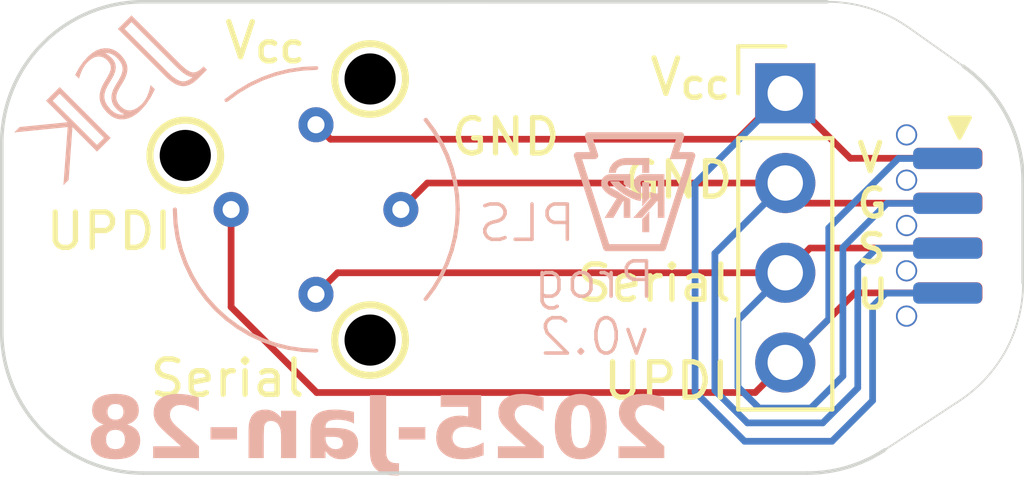
<source format=kicad_pcb>
(kicad_pcb (version 20240108) (generator "pcbnew") (generator_version "8.0")
  (layers (0 "F.Cu" signal) (31 "B.Cu" signal) (34 "B.Paste" user) (35 "F.Paste" user) (36 "B.SilkS" user "B.Silkscreen") (37 "F.SilkS" user "F.Silkscreen") (38 "B.Mask" user) (39 "F.Mask" user) (44 "Edge.Cuts" user))
  (net 0 "")
  (net 1 "VCC")
  (net 2 "GND")
  (net 3 "/Serial")
  (net 4 "/UPDI")
  (footprint "JSK:MILL-MAX_0985-0-15-20-71-14-11-0" (layer "F.Cu") (at 120 87.6)
    (property "Reference" "J1002" (hide yes))
    (property "Value" "0985-0-15-20-71-14-11-0" (hide yes))
    (pad "1" thru_hole circle (at 0 0) (size 0.991 0.991) (drill 0.483) (layers "*.Cu" "*.Mask") (net 1 "VCC"))
  )
  (footprint "Connector_PinHeader_2.54mm:PinHeader_1x04_P2.54mm_Vertical" (layer "F.Cu") (at 133.27 86.71)
    (property "Reference" "J1006" (hide yes))
    (property "Value" "Conn_01x04" (hide yes))
    (fp_line (start -1.33 -1.33) (end 0 -1.33) (stroke (width 0.12)) (layer "F.SilkS"))
    (fp_line (start -1.33 0) (end -1.33 -1.33) (stroke (width 0.12)) (layer "F.SilkS"))
    (fp_line (start -1.33 1.27) (end -1.33 8.95) (stroke (width 0.12)) (layer "F.SilkS"))
    (fp_line (start -1.33 1.27) (end 1.33 1.27) (stroke (width 0.12)) (layer "F.SilkS"))
    (fp_line (start -1.33 8.95) (end 1.33 8.95) (stroke (width 0.12)) (layer "F.SilkS"))
    (fp_line (start 1.33 1.27) (end 1.33 8.95) (stroke (width 0.12)) (layer "F.SilkS"))
    (pad "1" thru_hole rect (at 0 0) (size 1.7 1.7) (drill 1) (layers "*.Cu" "*.Mask") (net 1 "VCC"))
    (pad "2" thru_hole oval (at 0 2.54) (size 1.7 1.7) (drill 1) (layers "*.Cu" "*.Mask") (net 2 "GND"))
    (pad "3" thru_hole oval (at 0 5.08) (size 1.7 1.7) (drill 1) (layers "*.Cu" "*.Mask") (net 3 "/Serial"))
    (pad "4" thru_hole oval (at 0 7.62) (size 1.7 1.7) (drill 1) (layers "*.Cu" "*.Mask") (net 4 "/UPDI"))
  )
  (footprint "JSK:6218-0-00-15-00-00-03-0" (layer "F.Cu") (at 121.530733 93.695518)
    (property "Reference" "U1003" (hide yes))
    (property "Value" "~" (hide yes))
    (fp_circle (center 0 0) (end 1 0) (stroke (width 0.2)) (fill none) (layer "F.SilkS"))
    (pad "" np_thru_hole circle (at 0 0) (size 1.648 1.648) (drill 1.448) (layers "*.Mask"))
  )
  (footprint "JSK:MILL-MAX_0985-0-15-20-71-14-11-0" (layer "F.Cu") (at 120 92.4)
    (property "Reference" "J1003" (hide yes))
    (property "Value" "0985-0-15-20-71-14-11-0" (hide yes))
    (pad "1" thru_hole circle (at 0 0) (size 0.991 0.991) (drill 0.483) (layers "*.Cu" "*.Mask") (net 3 "/Serial"))
  )
  (footprint "JSK:6218-0-00-15-00-00-03-0" (layer "F.Cu") (at 121.530733 86.304481)
    (property "Reference" "U1001" (hide yes))
    (property "Value" "~" (hide yes))
    (fp_circle (center 0 0) (end 1 0) (stroke (width 0.2)) (fill none) (layer "F.SilkS"))
    (pad "" np_thru_hole circle (at 0 0) (size 1.648 1.648) (drill 1.448) (layers "*.Mask"))
  )
  (footprint "JSK:MILL-MAX_0985-0-15-20-71-14-11-0" (layer "F.Cu") (at 122.4 90)
    (property "Reference" "J1001" (hide yes))
    (property "Value" "0985-0-15-20-71-14-11-0" (hide yes))
    (pad "1" thru_hole circle (at 0 0) (size 0.991 0.991) (drill 0.483) (layers "*.Cu" "*.Mask") (net 2 "GND"))
  )
  (footprint "JSK:6218-0-00-15-00-00-03-0" (layer "F.Cu") (at 116.304481 88.469266)
    (property "Reference" "U1002" (hide yes))
    (property "Value" "~" (hide yes))
    (fp_circle (center 0 0) (end 1 0) (stroke (width 0.2)) (fill none) (layer "F.SilkS"))
    (pad "" np_thru_hole circle (at 0 0) (size 1.648 1.648) (drill 1.448) (layers "*.Mask"))
  )
  (footprint "JSK:8-pin-clip" (layer "F.Cu") (at 137.87 90.455)
    (property "Reference" "J1005" (hide yes))
    (property "Value" "~" (hide yes))
    (fp_poly (pts (xy 0.050323 -3.056152) (xy 0.620323 -3.056152) (xy 0.330323 -2.486152)) (stroke (width 0.12)) (fill solid) (layer "F.SilkS"))
    (pad "" np_thru_hole circle (at -1.17 -2.5675) (size 0.6 0.6) (drill 0.5) (layers "F&B.Cu"))
    (pad "" np_thru_hole circle (at -1.17 -1.285) (size 0.6 0.6) (drill 0.5) (layers "F&B.Cu"))
    (pad "" np_thru_hole circle (at -1.17 -0.0025) (size 0.6 0.6) (drill 0.5) (layers "F&B.Cu"))
    (pad "" np_thru_hole circle (at -1.17 1.28) (size 0.6 0.6) (drill 0.5) (layers "F&B.Cu"))
    (pad "" np_thru_hole circle (at -1.17 2.5625) (size 0.6 0.6) (drill 0.5) (layers "F&B.Cu"))
    (pad "A1" smd roundrect (at 0 -1.905) (size 1.95 0.6) (layers "F.Cu" "F.Paste" "F.Mask") (net 1 "VCC"))
    (pad "A2" smd roundrect (at 0 -0.635) (size 1.95 0.6) (layers "F.Cu" "F.Paste" "F.Mask") (net 2 "GND"))
    (pad "A3" smd roundrect (at 0 0.635) (size 1.95 0.6) (layers "F.Cu" "F.Paste" "F.Mask") (net 3 "/Serial"))
    (pad "A4" smd roundrect (at 0 1.905) (size 1.95 0.6) (layers "F.Cu" "F.Paste" "F.Mask") (net 4 "/UPDI"))
    (pad "B1" smd roundrect (at -0.01 1.91) (size 1.95 0.6) (layers "B.Cu" "B.Paste" "B.Mask") (net 1 "VCC"))
    (pad "B2" smd roundrect (at -0.01 0.64) (size 1.95 0.6) (layers "B.Cu" "B.Paste" "B.Mask") (net 2 "GND"))
    (pad "B3" smd roundrect (at -0.01 -0.63) (size 1.95 0.6) (layers "B.Cu" "B.Paste" "B.Mask") (net 3 "/Serial"))
    (pad "B4" smd roundrect (at -0.01 -1.9) (size 1.95 0.6) (layers "B.Cu" "B.Paste" "B.Mask") (net 4 "/UPDI"))
  )
  (footprint "JSK:MILL-MAX_0985-0-15-20-71-14-11-0" (layer "F.Cu") (at 117.6 90)
    (property "Reference" "J1004" (hide yes))
    (property "Value" "0985-0-15-20-71-14-11-0" (hide yes))
    (pad "1" thru_hole circle (at 0 0) (size 0.991 0.991) (drill 0.483) (layers "*.Cu" "*.Mask") (net 4 "/UPDI"))
  )
  (gr_poly (pts (xy 129.22495 89.912846) (xy 129.424584 89.689968) (xy 129.424584 89.224909) (xy 129.22495 89.224909)) (stroke (width -0.000001)) (fill solid) (layer "B.SilkS"))
  (gr_line (start 116.094432 90.772403) (end 116.189812 91.153181) (stroke (width 0.1)) (layer "B.SilkS"))
  (gr_line (start 119.237212 86.068901) (end 118.856434 86.164281) (stroke (width 0.1)) (layer "B.SilkS"))
  (gr_line (start 123.109615 92.529615) (end 123.343451 92.214323) (stroke (width 0.1)) (layer "B.SilkS"))
  (gr_line (start 123.980739 89.607931) (end 123.923141 89.219639) (stroke (width 0.1)) (layer "B.SilkS"))
  (gr_line (start 116.019261 90.392069) (end 116.076859 90.780361) (stroke (width 0.1)) (layer "B.SilkS"))
  (gr_line (start 117.189146 92.820469) (end 117.48 93.084084) (stroke (width 0.1)) (layer "B.SilkS"))
  (gr_line (start 117.48 93.084084) (end 117.795292 93.31792) (stroke (width 0.1)) (layer "B.SilkS"))
  (gr_line (start 118.838861 86.172239) (end 118.469266 86.304482) (stroke (width 0.1)) (layer "B.SilkS"))
  (gr_line (start 124.017573 89.992042) (end 123.998312 89.599973) (stroke (width 0.1)) (layer "B.SilkS"))
  (gr_line (start 117.777719 86.674122) (end 117.462427 86.907958) (stroke (width 0.1)) (layer "B.SilkS"))
  (gr_line (start 117.171573 92.828427) (end 117.462427 93.092042) (stroke (width 0.1)) (layer "B.SilkS"))
  (gr_line (start 120.017573 85.992042) (end 119.625504 86.011303) (stroke (width 0.1)) (layer "B.SilkS"))
  (gr_poly (pts (xy 128.332223 89.226584) (xy 128.349871 89.252051) (xy 128.368573 89.276824) (xy 128.388263 89.300935) (xy 128.408874 89.324418) (xy 128.430342 89.347307) (xy 128.4526 89.369635) (xy 128.475583 89.391437) (xy 128.499224 89.412745) (xy 128.523458 89.433594) (xy 128.548219 89.454018) (xy 128.573441 89.474049) (xy 128.625006 89.513071) (xy 128.677624 89.55093) (xy 128.712871 89.572903) (xy 128.748357 89.593852) (xy 128.783916 89.613735) (xy 128.81938 89.632512) (xy 128.854583 89.650142) (xy 128.88936 89.666585) (xy 128.923543 89.681799) (xy 128.956966 89.695744) (xy 128.989232 89.708467) (xy 129.020178 89.719947) (xy 129.049996 89.730045) (xy 129.064542 89.734532) (xy 129.078878 89.738621) (xy 129.093027 89.742294) (xy 129.107013 89.745535) (xy 129.12086 89.748324) (xy 129.134593 89.750646) (xy 129.148234 89.752483) (xy 129.161808 89.753816) (xy 129.175339 89.754629) (xy 129.18885 89.754904) (xy 129.18885 89.555171) (xy 129.181636 89.554506) (xy 129.169696 89.552491) (xy 129.153617 89.5491) (xy 129.133986 89.544306) (xy 129.111389 89.538083) (xy 129.086414 89.530402) (xy 129.059648 89.521239) (xy 129.031677 89.510564) (xy 129.00273 89.498473) (xy 128.972796 89.485124) (xy 128.942106 89.470592) (xy 128.910887 89.454952) (xy 128.879369 89.438277) (xy 128.847782 89.420642) (xy 128.816354 89.402121) (xy 128.785315 89.382789) (xy 128.754885 89.362702) (xy 128.739964 89.352401) (xy 128.725276 89.34195) (xy 128.710845 89.331362) (xy 128.6967 89.320653) (xy 128.682868 89.309839) (xy 128.669374 89.298933) (xy 128.656245 89.287952) (xy 128.643509 89.276911) (xy 128.631193 89.265824) (xy 128.619322 89.254706) (xy 128.607923 89.243574) (xy 128.597024 89.232441) (xy 128.586652 89.221323) (xy 128.576832 89.210235) (xy 128.575776 89.208992) (xy 128.574752 89.207756) (xy 128.572767 89.205298) (xy 128.570816 89.202845) (xy 128.568837 89.200387) (xy 128.315694 89.200387)) (stroke (width -0.000001)) (fill solid) (layer "B.SilkS"))
  (gr_line (start 116.472315 91.885587) (end 116.674122 92.222281) (stroke (width 0.1)) (layer "B.SilkS"))
  (gr_line (start 116.172239 91.161139) (end 116.304482 91.530734) (stroke (width 0.1)) (layer "B.SilkS"))
  (gr_line (start 123.545258 91.877629) (end 123.713091 91.522776) (stroke (width 0.1)) (layer "B.SilkS"))
  (gr_line (start 124 90) (end 124 90) (stroke (width 0.1)) (layer "B.SilkS"))
  (gr_poly (pts (xy 128.750857 88.541812) (xy 128.723568 88.543615) (xy 128.696932 88.546572) (xy 128.670966 88.550646) (xy 128.645685 88.555797) (xy 128.621107 88.561988) (xy 128.597246 88.569179) (xy 128.574121 88.577333) (xy 128.551747 88.586411) (xy 128.530141 88.596374) (xy 128.509319 88.607184) (xy 128.489297 88.618803) (xy 128.470092 88.631192) (xy 128.45172 88.644312) (xy 128.434198 88.658126) (xy 128.417542 88.672594) (xy 128.401769 88.687678) (xy 128.386894 88.70334) (xy 128.372934 88.719541) (xy 128.359907 88.736244) (xy 128.347827 88.753408) (xy 128.336711 88.770996) (xy 128.326577 88.78897) (xy 128.317439 88.807291) (xy 128.309315 88.82592) (xy 128.302222 88.844819) (xy 128.296174 88.86395) (xy 128.291189 88.883274) (xy 128.287284 88.902752) (xy 128.284474 88.922346) (xy 128.282776 88.942019) (xy 128.282206 88.96173) (xy 128.481841 88.96173) (xy 128.482674 88.943584) (xy 128.485259 88.924947) (xy 128.489728 88.906047) (xy 128.496211 88.887113) (xy 128.50484 88.868376) (xy 128.515744 88.850065) (xy 128.522091 88.841141) (xy 128.529056 88.832409) (xy 128.536656 88.823898) (xy 128.544906 88.815637) (xy 128.553824 88.807655) (xy 128.563425 88.79998) (xy 128.573726 88.79264) (xy 128.584744 88.785665) (xy 128.596494 88.779084) (xy 128.608993 88.772924) (xy 128.622258 88.767215) (xy 128.636304 88.761985) (xy 128.651149 88.757263) (xy 128.666808 88.753077) (xy 128.683297 88.749457) (xy 128.700635 88.74643) (xy 128.718835 88.744027) (xy 128.737916 88.742274) (xy 128.757893 88.741202) (xy 128.778782 88.740838) (xy 129.22495 88.740838) (xy 129.22495 88.963948) (xy 129.424584 88.963948) (xy 129.424584 88.541203) (xy 128.778782 88.541203)) (stroke (width -0.000001)) (fill solid) (layer "B.SilkS"))
  (gr_line (start 123.343451 87.769761) (end 123.109615 87.454469) (stroke (width 0.1)) (layer "B.SilkS"))
  (gr_line (start 124.017573 89.992042) (end 124.017573 89.992042) (stroke (width 0.1)) (layer "B.SilkS"))
  (gr_line (start 117.462427 93.092042) (end 117.777719 93.325878) (stroke (width 0.1)) (layer "B.SilkS"))
  (gr_line (start 123.343451 92.214323) (end 123.545258 91.877629) (stroke (width 0.1)) (layer "B.SilkS"))
  (gr_line (start 118.469266 93.695518) (end 118.838861 93.827761) (stroke (width 0.1)) (layer "B.SilkS"))
  (gr_line (start 116.691695 92.214323) (end 116.925531 92.529615) (stroke (width 0.1)) (layer "B.SilkS"))
  (gr_line (start 116 90) (end 116.019261 90.392069) (stroke (width 0.1)) (layer "B.SilkS"))
  (gr_line (start 118.838861 93.827761) (end 119.219639 93.923141) (stroke (width 0.1)) (layer "B.SilkS"))
  (gr_line (start 116.322055 91.522776) (end 116.489888 91.877629) (stroke (width 0.1)) (layer "B.SilkS"))
  (gr_line (start 116.036834 90.384111) (end 116.094432 90.772403) (stroke (width 0.1)) (layer "B.SilkS"))
  (gr_line (start 119.219639 93.923141) (end 119.607931 93.980739) (stroke (width 0.1)) (layer "B.SilkS"))
  (gr_line (start 119.625504 86.011303) (end 119.237212 86.068901) (stroke (width 0.1)) (layer "B.SilkS"))
  (gr_line (start 119.219639 86.076859) (end 118.838861 86.172239) (stroke (width 0.1)) (layer "B.SilkS"))
  (gr_poly (pts (xy 127.881642 88.473457) (xy 127.390279 88.473457) (xy 128.21752 91.08) (xy 129.8 91.08) (xy 130.627241 88.473457) (xy 130.135877 88.473457) (xy 130.313984 87.912262) (xy 127.703535 87.912262)) (stroke (width 0.2)) (fill none) (layer "B.SilkS"))
  (gr_line (start 118.486839 86.296524) (end 118.131986 86.464357) (stroke (width 0.1)) (layer "B.SilkS"))
  (gr_line (start 116.304482 91.530734) (end 116.472315 91.885587) (stroke (width 0.1)) (layer "B.SilkS"))
  (gr_line (start 123.695518 88.469266) (end 123.527685 88.114413) (stroke (width 0.1)) (layer "B.SilkS"))
  (gr_line (start 123.845334 88.830903) (end 123.713091 88.461308) (stroke (width 0.1)) (layer "B.SilkS"))
  (gr_line (start 118.114413 86.472315) (end 117.777719 86.674122) (stroke (width 0.1)) (layer "B.SilkS"))
  (gr_poly (pts (xy 129.22495 90.269908) (xy 129.22495 90.642266) (xy 129.424584 90.642266) (xy 129.424584 90.047029)) (stroke (width -0.000001)) (fill solid) (layer "B.SilkS"))
  (gr_line (start 118.114413 93.527685) (end 118.469266 93.695518) (stroke (width 0.1)) (layer "B.SilkS"))
  (gr_line (start 123.923141 89.219639) (end 123.827761 88.838861) (stroke (width 0.1)) (layer "B.SilkS"))
  (gr_line (start 123.998312 90.384111) (end 124.017573 89.992042) (stroke (width 0.1)) (layer "B.SilkS"))
  (gr_line (start 119.625504 93.972781) (end 120.017573 93.992042) (stroke (width 0.1)) (layer "B.SilkS"))
  (gr_line (start 119.237212 93.915183) (end 119.625504 93.972781) (stroke (width 0.1)) (layer "B.SilkS"))
  (gr_line (start 118.469266 86.304482) (end 118.114413 86.472315) (stroke (width 0.1)) (layer "B.SilkS"))
  (gr_line (start 123.092042 92.537573) (end 123.325878 92.222281) (stroke (width 0.1)) (layer "B.SilkS"))
  (gr_line (start 116.674122 92.222281) (end 116.907958 92.537573) (stroke (width 0.1)) (layer "B.SilkS"))
  (gr_line (start 123.998312 89.599973) (end 123.940714 89.211681) (stroke (width 0.1)) (layer "B.SilkS"))
  (gr_line (start 123.325878 92.222281) (end 123.527685 91.885587) (stroke (width 0.1)) (layer "B.SilkS"))
  (gr_line (start 116.076859 90.780361) (end 116.172239 91.161139) (stroke (width 0.1)) (layer "B.SilkS"))
  (gr_line (start 123.527685 88.114413) (end 123.325878 87.777719) (stroke (width 0.1)) (layer "B.SilkS"))
  (gr_line (start 117.795292 93.31792) (end 118.131986 93.519727) (stroke (width 0.1)) (layer "B.SilkS"))
  (gr_line (start 116.189812 91.153181) (end 116.322055 91.522776) (stroke (width 0.1)) (layer "B.SilkS"))
  (gr_line (start 119.607931 93.980739) (end 120 94) (stroke (width 0.1)) (layer "B.SilkS"))
  (gr_line (start 123.923141 90.780361) (end 123.980739 90.392069) (stroke (width 0.1)) (layer "B.SilkS"))
  (gr_line (start 117.795292 86.666164) (end 117.48 86.9) (stroke (width 0.1)) (layer "B.SilkS"))
  (gr_line (start 123.980739 90.392069) (end 124 90) (stroke (width 0.1)) (layer "B.SilkS"))
  (gr_poly (pts (xy 129.263448 88.997809) (xy 129.251405 88.998404) (xy 129.239599 88.99938) (xy 129.228033 89.000725) (xy 129.21671 89.002427) (xy 129.205634 89.004473) (xy 129.194809 89.006852) (xy 129.184238 89.009551) (xy 129.173925 89.012557) (xy 129.163873 89.015859) (xy 129.154085 89.019444) (xy 129.144566 89.0233) (xy 129.135318 89.027414) (xy 129.126345 89.031775) (xy 129.117652 89.036369) (xy 129.10924 89.041186) (xy 129.101114 89.046211) (xy 129.093278 89.051434) (xy 129.085734 89.056842) (xy 129.078486 89.062422) (xy 129.071539 89.068163) (xy 129.064894 89.074052) (xy 129.058557 89.080076) (xy 129.05253 89.086224) (xy 129.046816 89.092483) (xy 129.04142 89.098841) (xy 129.036345 89.105285) (xy 129.031595 89.111804) (xy 129.027172 89.118385) (xy 129.023081 89.125015) (xy 129.019324 89.131683) (xy 129.015906 89.138376) (xy 129.013103 89.144348) (xy 129.010502 89.15026) (xy 129.008097 89.156105) (xy 129.00588 89.161877) (xy 129.003844 89.167571) (xy 129.001983 89.173179) (xy 128.998753 89.184118) (xy 128.996133 89.194645) (xy 128.994064 89.204711) (xy 128.99249 89.214267) (xy 128.991352 89.223265) (xy 128.990593 89.231655) (xy 128.990155 89.23939) (xy 128.98998 89.24642) (xy 128.990012 89.252697) (xy 128.990462 89.262796) (xy 128.991044 89.269297) (xy 128.991673 89.284747) (xy 128.993245 89.299871) (xy 128.995713 89.314669) (xy 128.999032 89.329142) (xy 129.003156 89.343292) (xy 129.008038 89.35712) (xy 129.013634 89.370626) (xy 129.019897 89.383811) (xy 129.026782 89.396677) (xy 129.034242 89.409225) (xy 129.042231 89.421455) (xy 129.050705 89.433368) (xy 129.059617 89.444966) (xy 129.06892 89.45625) (xy 129.07857 89.46722) (xy 129.088521 89.477877) (xy 129.100058 89.489532) (xy 129.112002 89.50091) (xy 129.124331 89.51202) (xy 129.137025 89.522869) (xy 129.150063 89.533464) (xy 129.163427 89.543813) (xy 129.177093 89.553923) (xy 129.191044 89.5638) (xy 129.191044 89.306006) (xy 129.189324 89.302948) (xy 129.187735 89.299965) (xy 129.186274 89.297059) (xy 129.184939 89.294231) (xy 129.183725 89.291485) (xy 129.182632 89.288822) (xy 129.181656 89.286245) (xy 129.180793 89.283756) (xy 129.180043 89.281357) (xy 129.179401 89.27905) (xy 129.178866 89.276838) (xy 129.178434 89.274722) (xy 129.178103 89.272706) (xy 129.177869 89.270791) (xy 129.177731 89.268979) (xy 129.177686 89.267274) (xy 129.177686 89.261643) (xy 129.176955 89.25611) (xy 129.176977 89.252796) (xy 129.17717 89.24905) (xy 129.177629 89.244264) (xy 129.177992 89.241564) (xy 129.178464 89.238703) (xy 129.179056 89.235714) (xy 129.179784 89.23263) (xy 129.18066 89.229485) (xy 129.181698 89.226311) (xy 129.182912 89.223142) (xy 129.184316 89.22001) (xy 129.187243 89.213747) (xy 129.188829 89.210618) (xy 129.190658 89.20753) (xy 129.192851 89.204515) (xy 129.19553 89.201602) (xy 129.198817 89.198822) (xy 129.202832 89.196206) (xy 129.207696 89.193784) (xy 129.213531 89.191586) (xy 129.220459 89.189643) (xy 129.2286 89.187985) (xy 129.238075 89.186642) (xy 129.249007 89.185645) (xy 129.261516 89.185025) (xy 129.275724 89.184812) (xy 129.665682 89.184812) (xy 129.665682 89.516268) (xy 129.665566 89.520479) (xy 129.665195 89.524282) (xy 129.664534 89.527696) (xy 129.664083 89.529263) (xy 129.663547 89.53074) (xy 129.66292 89.532129) (xy 129.662199 89.533432) (xy 129.661379 89.534652) (xy 129.660456 89.535792) (xy 129.659425 89.536853) (xy 129.658282 89.537838) (xy 129.657022 89.538749) (xy 129.655641 89.539589) (xy 129.654135 89.540359) (xy 129.652499 89.541063) (xy 129.648821 89.54228) (xy 129.644572 89.543259) (xy 129.639715 89.544017) (xy 129.634217 89.544574) (xy 129.628041 89.544949) (xy 129.621153 89.54516) (xy 129.613518 89.545226) (xy 129.604763 89.544987) (xy 129.59578 89.544284) (xy 129.586587 89.54314) (xy 129.577199 89.541576) (xy 129.567633 89.539615) (xy 129.557903 89.537278) (xy 129.548026 89.534587) (xy 129.538018 89.531565) (xy 129.527894 89.528233) (xy 129.517671 89.524613) (xy 129.496989 89.516598) (xy 129.476099 89.507697) (xy 129.455127 89.498084) (xy 129.455127 89.696256) (xy 129.45186 89.696256) (xy 128.967716 90.236733) (xy 129.219124 90.236733) (xy 129.628826 89.779328) (xy 129.629653 89.777997) (xy 129.630601 89.776656) (xy 129.631661 89.775315) (xy 129.632821 89.773985) (xy 129.634073 89.772676) (xy 129.635406 89.771399) (xy 129.63681 89.770166) (xy 129.638276 89.768987) (xy 129.639792 89.767872) (xy 129.641349 89.766833) (xy 129.642938 89.765881) (xy 129.644547 89.765025) (xy 129.646167 89.764278) (xy 129.647788 89.76365) (xy 129.6494 89.763151) (xy 129.650993 89.762792) (xy 129.652557 89.762585) (xy 129.654081 89.762539) (xy 129.655556 89.762667) (xy 129.656972 89.762978) (xy 129.658318 89.763483) (xy 129.659585 89.764193) (xy 129.660763 89.76512) (xy 129.661841 89.766273) (xy 129.662809 89.767664) (xy 129.663658 89.769303) (xy 129.664378 89.771201) (xy 129.664958 89.77337) (xy 129.665388 89.775819) (xy 129.665659 89.778559) (xy 129.66576 89.781602) (xy 129.665682 89.784959) (xy 129.665682 90.236733) (xy 129.852885 90.236733) (xy 129.852885 88.997608) (xy 129.275724 88.997608)) (stroke (width -0.000001)) (fill solid) (layer "B.SilkS"))
  (gr_line (start 124 90) (end 123.980739 89.607931) (stroke (width 0.1)) (layer "B.SilkS"))
  (gr_line (start 123.695518 91.530734) (end 123.827761 91.161139) (stroke (width 0.1)) (layer "B.SilkS"))
  (gr_line (start 123.325878 87.777719) (end 123.092042 87.462427) (stroke (width 0.1)) (layer "B.SilkS"))
  (gr_line (start 116.907958 92.537573) (end 117.171573 92.828427) (stroke (width 0.1)) (layer "B.SilkS"))
  (gr_line (start 123.940714 90.772403) (end 123.998312 90.384111) (stroke (width 0.1)) (layer "B.SilkS"))
  (gr_line (start 120 86) (end 119.607931 86.019261) (stroke (width 0.1)) (layer "B.SilkS"))
  (gr_line (start 123.713091 88.461308) (end 123.545258 88.106455) (stroke (width 0.1)) (layer "B.SilkS"))
  (gr_line (start 118.856434 86.164281) (end 118.486839 86.296524) (stroke (width 0.1)) (layer "B.SilkS"))
  (gr_line (start 123.827761 91.161139) (end 123.923141 90.780361) (stroke (width 0.1)) (layer "B.SilkS"))
  (gr_line (start 118.856434 93.819803) (end 119.237212 93.915183) (stroke (width 0.1)) (layer "B.SilkS"))
  (gr_line (start 118.131986 86.464357) (end 117.795292 86.666164) (stroke (width 0.1)) (layer "B.SilkS"))
  (gr_line (start 117.777719 93.325878) (end 118.114413 93.527685) (stroke (width 0.1)) (layer "B.SilkS"))
  (gr_line (start 118.486839 93.68756) (end 118.856434 93.819803) (stroke (width 0.1)) (layer "B.SilkS"))
  (gr_line (start 123.827761 88.838861) (end 123.695518 88.469266) (stroke (width 0.1)) (layer "B.SilkS"))
  (gr_line (start 123.527685 91.885587) (end 123.695518 91.530734) (stroke (width 0.1)) (layer "B.SilkS"))
  (gr_line (start 118.131986 93.519727) (end 118.486839 93.68756) (stroke (width 0.1)) (layer "B.SilkS"))
  (gr_line (start 116.925531 92.529615) (end 117.189146 92.820469) (stroke (width 0.1)) (layer "B.SilkS"))
  (gr_poly (pts (xy 128.349994 88.997609) (xy 128.337718 88.997809) (xy 128.325675 88.998404) (xy 128.313869 88.99938) (xy 128.302303 89.000725) (xy 128.29098 89.002427) (xy 128.279904 89.004474) (xy 128.269079 89.006852) (xy 128.258508 89.009551) (xy 128.248195 89.012557) (xy 128.238143 89.015859) (xy 128.228355 89.019444) (xy 128.218836 89.0233) (xy 128.209588 89.027414) (xy 128.200616 89.031775) (xy 128.191922 89.036369) (xy 128.18351 89.041186) (xy 128.175385 89.046212) (xy 128.167548 89.051434) (xy 128.160004 89.056842) (xy 128.152757 89.062422) (xy 128.145809 89.068163) (xy 128.139165 89.074052) (xy 128.132827 89.080076) (xy 128.1268 89.086224) (xy 128.121087 89.092483) (xy 128.115691 89.098841) (xy 128.110615 89.105285) (xy 128.105865 89.111804) (xy 128.101442 89.118385) (xy 128.097351 89.125015) (xy 128.093594 89.131683) (xy 128.090177 89.138376) (xy 128.087373 89.144348) (xy 128.084772 89.15026) (xy 128.082367 89.156105) (xy 128.08015 89.161877) (xy 128.078115 89.167571) (xy 128.076253 89.17318) (xy 128.073023 89.184119) (xy 128.070403 89.194645) (xy 128.068334 89.204711) (xy 128.06676 89.214267) (xy 128.065622 89.223265) (xy 128.064863 89.231655) (xy 128.064425 89.23939) (xy 128.064251 89.24642) (xy 128.064282 89.252697) (xy 128.064732 89.262796) (xy 128.065313 89.269297) (xy 128.065943 89.284747) (xy 128.067514 89.299871) (xy 128.069983 89.314669) (xy 128.073302 89.329142) (xy 128.077425 89.343292) (xy 128.082308 89.35712) (xy 128.087904 89.370626) (xy 128.094167 89.383811) (xy 128.101052 89.396677) (xy 128.108512 89.409225) (xy 128.116501 89.421455) (xy 128.124975 89.433368) (xy 128.133887 89.444966) (xy 128.14319 89.45625) (xy 128.15284 89.46722) (xy 128.162791 89.477877) (xy 128.173131 89.488362) (xy 128.183794 89.49863) (xy 128.194767 89.508683) (xy 128.206037 89.518527) (xy 128.21759 89.528164) (xy 128.229414 89.537599) (xy 128.241497 89.546834) (xy 128.253825 89.555874) (xy 128.279166 89.573381) (xy 128.305335 89.590151) (xy 128.332229 89.606213) (xy 128.359744 89.621595) (xy 128.379316 89.632136) (xy 128.397301 89.641627) (xy 128.41425 89.650257) (xy 128.430717 89.658216) (xy 128.447254 89.665691) (xy 128.464412 89.672874) (xy 128.482745 89.679952) (xy 128.502804 89.687116) (xy 128.160086 90.236733) (xy 128.411494 90.236733) (xy 128.674115 89.779328) (xy 128.67579 89.776656) (xy 128.677727 89.773985) (xy 128.679872 89.771399) (xy 128.682171 89.768987) (xy 128.684569 89.766833) (xy 128.685789 89.765881) (xy 128.687013 89.765025) (xy 128.688236 89.764278) (xy 128.689449 89.76365) (xy 128.690647 89.763151) (xy 128.691822 89.762792) (xy 128.692968 89.762585) (xy 128.694078 89.762539) (xy 128.695145 89.762667) (xy 128.696162 89.762978) (xy 128.697124 89.763483) (xy 128.698022 89.764193) (xy 128.698851 89.76512) (xy 128.699603 89.766273) (xy 128.700271 89.767664) (xy 128.70085 89.769303) (xy 128.701331 89.771201) (xy 128.701709 89.77337) (xy 128.701977 89.775819) (xy 128.702127 89.778559) (xy 128.702153 89.781602) (xy 128.702049 89.784959) (xy 128.702049 90.236733) (xy 128.889252 90.236733) (xy 128.889252 89.697573) (xy 128.870138 89.689477) (xy 128.851197 89.681047) (xy 128.813858 89.663253) (xy 128.777281 89.644326) (xy 128.741516 89.624404) (xy 128.70661 89.603622) (xy 128.67261 89.582119) (xy 128.639565 89.56003) (xy 128.607522 89.537492) (xy 128.59224 89.52617) (xy 128.578543 89.516324) (xy 128.566244 89.507793) (xy 128.555152 89.500418) (xy 128.545079 89.494036) (xy 128.535835 89.488489) (xy 128.527231 89.483615) (xy 128.519077 89.479254) (xy 128.503365 89.471429) (xy 128.487184 89.463729) (xy 128.46902 89.45487) (xy 128.458721 89.449605) (xy 128.447359 89.443568) (xy 128.402751 89.419609) (xy 128.381987 89.408202) (xy 128.362392 89.396889) (xy 128.353066 89.3912) (xy 128.344073 89.385454) (xy 128.335424 89.379622) (xy 128.327135 89.373679) (xy 128.319218 89.367598) (xy 128.311686 89.36135) (xy 128.304553 89.354909) (xy 128.297831 89.348249) (xy 128.291594 89.341551) (xy 128.28589 89.335023) (xy 128.280703 89.328675) (xy 128.276014 89.322519) (xy 128.271805 89.316563) (xy 128.268057 89.310818) (xy 128.264752 89.305296) (xy 128.261872 89.300005) (xy 128.2594 89.294957) (xy 128.257316 89.290161) (xy 128.255603 89.285629) (xy 128.254241 89.28137) (xy 128.253215 89.277394) (xy 128.252504 89.273713) (xy 128.25209 89.270336) (xy 128.251957 89.267273) (xy 128.251957 89.261643) (xy 128.251225 89.25611) (xy 128.251248 89.252796) (xy 128.25144 89.24905) (xy 128.251899 89.244264) (xy 128.252263 89.241564) (xy 128.252734 89.238703) (xy 128.253327 89.235714) (xy 128.254054 89.23263) (xy 128.25493 89.229485) (xy 128.255968 89.226311) (xy 128.257183 89.223142) (xy 128.258587 89.22001) (xy 128.261514 89.213747) (xy 128.263099 89.210617) (xy 128.264928 89.20753) (xy 128.267122 89.204514) (xy 128.269801 89.201602) (xy 128.273088 89.198822) (xy 128.277102 89.196206) (xy 128.281967 89.193784) (xy 128.287802 89.191586) (xy 128.294729 89.189643) (xy 128.30287 89.187984) (xy 128.312346 89.186642) (xy 128.323278 89.185645) (xy 128.335787 89.185025) (xy 128.349994 89.184811) (xy 128.702048 89.184811) (xy 128.702048 89.278364) (xy 128.711648 89.288251) (xy 128.721653 89.297829) (xy 128.732036 89.307112) (xy 128.74277 89.316115) (xy 128.75383 89.324853) (xy 128.765187 89.33334) (xy 128.776815 89.341591) (xy 128.788688 89.349621) (xy 128.813059 89.365075) (xy 128.838086 89.379818) (xy 128.863555 89.393968) (xy 128.889252 89.407641) (xy 128.889252 88.997608)) (stroke (width -0.000001)) (fill solid) (layer "B.SilkS"))
  (gr_line (start 116.489888 91.877629) (end 116.691695 92.214323) (stroke (width 0.1)) (layer "B.SilkS"))
  (gr_line (start 123.940714 89.211681) (end 123.845334 88.830903) (stroke (width 0.1)) (layer "B.SilkS"))
  (gr_line (start 123.713091 91.522776) (end 123.845334 91.153181) (stroke (width 0.1)) (layer "B.SilkS"))
  (gr_line (start 123.545258 88.106455) (end 123.343451 87.769761) (stroke (width 0.1)) (layer "B.SilkS"))
  (gr_line (start 123.845334 91.153181) (end 123.940714 90.772403) (stroke (width 0.1)) (layer "B.SilkS"))
  (gr_line (start 116.017573 89.992042) (end 116.036834 90.384111) (stroke (width 0.1)) (layer "B.SilkS"))
  (gr_line (start 119.607931 86.019261) (end 119.219639 86.076859) (stroke (width 0.1)) (layer "B.SilkS"))
  (gr_line (start 136.085663 96.801767) (end 138.193316 95.415289) (stroke (width 0.05)) (layer "Edge.Cuts"))
  (gr_line (start 115.115131 84.119064) (end 134.45555 84.119942) (stroke (width 0.1)) (layer "Edge.Cuts"))
  (gr_arc (start 115.114949 97.46) (mid 112.286522 96.288427) (end 111.114949 93.46) (stroke (width 0.1)) (layer "Edge.Cuts"))
  (gr_arc (start 139.995 92.073522) (mid 139.515877 93.971769) (end 138.193316 95.415289) (stroke (width 0.05)) (layer "Edge.Cuts"))
  (gr_line (start 133.887347 97.46) (end 115.114949 97.46) (stroke (width 0.1)) (layer "Edge.Cuts"))
  (gr_arc (start 138.305699 85.944476) (mid 139.547645 87.37145) (end 139.995 89.209545) (stroke (width 0.1)) (layer "Edge.Cuts"))
  (gr_arc (start 111.114949 88.119064) (mid 112.286586 85.290573) (end 115.115131 84.119064) (stroke (width 0.1)) (layer "Edge.Cuts"))
  (gr_line (start 139.995 89.209545) (end 139.995 92.073522) (stroke (width 0.1)) (layer "Edge.Cuts"))
  (gr_line (start 138.305699 85.944476) (end 136.766066 84.854873) (stroke (width 0.05)) (layer "Edge.Cuts"))
  (gr_arc (start 136.085663 96.801767) (mid 135.034722 97.291922) (end 133.887347 97.46) (stroke (width 0.1)) (layer "Edge.Cuts"))
  (gr_arc (start 134.45555 84.119942) (mid 135.667837 84.308121) (end 136.766066 84.854873) (stroke (width 0.05)) (layer "Edge.Cuts"))
  (gr_line (start 111.114949 93.46) (end 111.114949 88.119064) (stroke (width 0.1)) (layer "Edge.Cuts"))
  (gr_text "     \n     PLS\nProg\nv0.2" (at 127.87 91.19 0) (layer "B.SilkS") (effects (font (size 1 1) (thickness 0.1)) (justify mirror)))
  (gr_text "𝕁𝕊𝕂\n" (at 116.66 85.99 45) (layer "B.SilkS") (effects (font (size 2 2) (thickness 0.1)) (justify left bottom mirror)))
  (gr_text "2025-Jan-28" (at 121.76 96.31 0) (layer "B.SilkS") (effects (font (size 1.75 1.75) (thickness 0.22) (bold yes)) (justify mirror)))
  (gr_text "V_{cc}" (at 129.365238 86.84 0) (layer "F.SilkS") (effects (font (size 1 1)) (justify left bottom)))
  (gr_text "V\nG\nS\nU" (at 135.23 92.87 0) (layer "F.SilkS") (effects (font (size 0.8 0.8)) (justify left bottom)))
  (gr_text "Serial" (at 115.23 95.36 0) (layer "F.SilkS") (effects (font (size 1 1)) (justify left bottom)))
  (gr_text "UPDI" (at 112.29 91.2 0) (layer "F.SilkS") (effects (font (size 1 1)) (justify left bottom)))
  (gr_text "V_{cc}" (at 117.34 85.81 0) (layer "F.SilkS") (effects (font (size 1 1)) (justify left bottom)))
  (gr_text "GND" (at 128.631587 89.75 0) (layer "F.SilkS") (effects (font (size 1 1)) (justify left bottom)))
  (gr_text "Serial" (at 127.300475 92.67 0) (layer "F.SilkS") (effects (font (size 1 1)) (justify left bottom)))
  (gr_text "GND" (at 123.74 88.53 0) (layer "F.SilkS") (effects (font (size 1 1)) (justify left bottom)))
  (gr_text "UPDI" (at 128.049365 95.44 0) (layer "F.SilkS") (effects (font (size 1 1)) (justify left bottom)))
  (segment (start 131.92 88.01) (end 120.41 88.01) (width 0.19) (layer "F.Cu") (net 1))
  (segment (start 133.27 86.71) (end 133.22 86.71) (width 0.19) (layer "F.Cu") (net 1))
  (segment (start 135.11 88.55) (end 133.27 86.71) (width 0.19) (layer "F.Cu") (net 1))
  (segment (start 133.22 86.71) (end 131.92 88.01) (width 0.19) (layer "F.Cu") (net 1))
  (segment (start 120.41 88.01) (end 120 87.6) (width 0.19) (layer "F.Cu") (net 1))
  (segment (start 137.87 88.55) (end 135.11 88.55) (width 0.19) (layer "F.Cu") (net 1))
  (segment (start 135.74 92.74) (end 135.74 95.41) (width 0.19) (layer "B.Cu") (net 1))
  (segment (start 134.59 96.56) (end 132.12 96.56) (width 0.19) (layer "B.Cu") (net 1))
  (segment (start 137.86 92.365) (end 136.115 92.365) (width 0.19) (layer "B.Cu") (net 1))
  (segment (start 135.74 95.41) (end 134.59 96.56) (width 0.19) (layer "B.Cu") (net 1))
  (segment (start 136.115 92.365) (end 135.74 92.74) (width 0.19) (layer "B.Cu") (net 1))
  (segment (start 130.72 89.26) (end 133.27 86.71) (width 0.19) (layer "B.Cu") (net 1))
  (segment (start 132.12 96.56) (end 130.72 95.16) (width 0.19) (layer "B.Cu") (net 1))
  (segment (start 130.72 95.16) (end 130.72 89.26) (width 0.19) (layer "B.Cu") (net 1))
  (segment (start 123.15 89.25) (end 122.4 90) (width 0.19) (layer "F.Cu") (net 2))
  (segment (start 137.87 89.82) (end 133.84 89.82) (width 0.19) (layer "F.Cu") (net 2))
  (segment (start 133.84 89.82) (end 133.27 89.25) (width 0.19) (layer "F.Cu") (net 2))
  (segment (start 133.27 89.25) (end 123.15 89.25) (width 0.19) (layer "F.Cu") (net 2))
  (segment (start 135.32 91.63) (end 135.32 95.05) (width 0.19) (layer "B.Cu") (net 2))
  (segment (start 135.32 95.05) (end 134.33 96.04) (width 0.19) (layer "B.Cu") (net 2))
  (segment (start 131.28 95.12) (end 131.28 91.24) (width 0.19) (layer "B.Cu") (net 2))
  (segment (start 132.2 96.04) (end 131.28 95.12) (width 0.19) (layer "B.Cu") (net 2))
  (segment (start 131.28 91.24) (end 133.27 89.25) (width 0.19) (layer "B.Cu") (net 2))
  (segment (start 137.86 91.095) (end 135.855 91.095) (width 0.19) (layer "B.Cu") (net 2))
  (segment (start 135.855 91.095) (end 135.32 91.63) (width 0.19) (layer "B.Cu") (net 2))
  (segment (start 134.33 96.04) (end 132.2 96.04) (width 0.19) (layer "B.Cu") (net 2))
  (segment (start 133.97 91.09) (end 133.27 91.79) (width 0.19) (layer "F.Cu") (net 3))
  (segment (start 133.27 91.79) (end 120.61 91.79) (width 0.19) (layer "F.Cu") (net 3))
  (segment (start 137.87 91.09) (end 133.97 91.09) (width 0.19) (layer "F.Cu") (net 3))
  (segment (start 120.61 91.79) (end 120 92.4) (width 0.19) (layer "F.Cu") (net 3))
  (segment (start 131.93 93.13) (end 133.27 91.79) (width 0.19) (layer "B.Cu") (net 3))
  (segment (start 133.994314 95.62) (end 132.53 95.62) (width 0.19) (layer "B.Cu") (net 3))
  (segment (start 136.148654 89.825) (end 134.9 91.073654) (width 0.19) (layer "B.Cu") (net 3))
  (segment (start 134.9 91.073654) (end 134.9 94.714314) (width 0.19) (layer "B.Cu") (net 3))
  (segment (start 132.53 95.62) (end 131.93 95.02) (width 0.19) (layer "B.Cu") (net 3))
  (segment (start 134.9 94.714314) (end 133.994314 95.62) (width 0.19) (layer "B.Cu") (net 3))
  (segment (start 137.86 89.825) (end 136.148654 89.825) (width 0.19) (layer "B.Cu") (net 3))
  (segment (start 131.93 95.02) (end 131.93 93.13) (width 0.19) (layer "B.Cu") (net 3))
  (segment (start 117.6 92.76) (end 117.6 90) (width 0.19) (layer "F.Cu") (net 4))
  (segment (start 137.87 92.36) (end 135.24 92.36) (width 0.19) (layer "F.Cu") (net 4))
  (segment (start 120.02 95.18) (end 117.6 92.76) (width 0.19) (layer "F.Cu") (net 4))
  (segment (start 135.24 92.36) (end 133.27 94.33) (width 0.19) (layer "F.Cu") (net 4))
  (segment (start 132.42 95.18) (end 120.02 95.18) (width 0.19) (layer "F.Cu") (net 4))
  (segment (start 133.27 94.33) (end 132.42 95.18) (width 0.19) (layer "F.Cu") (net 4))
  (segment (start 137.86 88.555) (end 136.466471 88.555) (width 0.19) (layer "B.Cu") (net 4))
  (segment (start 136.466471 88.555) (end 134.5 90.521471) (width 0.19) (layer "B.Cu") (net 4))
  (segment (start 134.5 93.1) (end 133.27 94.33) (width 0.19) (layer "B.Cu") (net 4))
  (segment (start 134.5 90.521471) (end 134.5 93.1) (width 0.19) (layer "B.Cu") (net 4))
)
</source>
